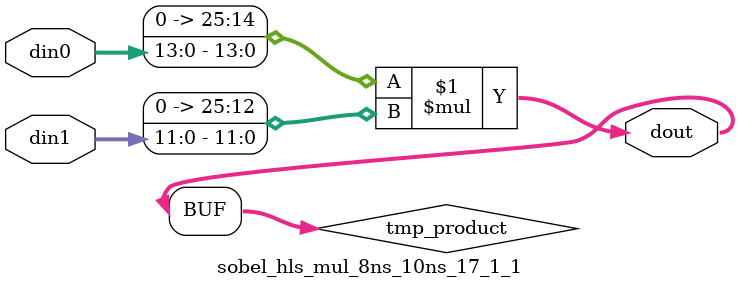
<source format=v>

`timescale 1 ns / 1 ps

  module sobel_hls_mul_8ns_10ns_17_1_1(din0, din1, dout);
parameter ID = 1;
parameter NUM_STAGE = 0;
parameter din0_WIDTH = 14;
parameter din1_WIDTH = 12;
parameter dout_WIDTH = 26;

input [din0_WIDTH - 1 : 0] din0; 
input [din1_WIDTH - 1 : 0] din1; 
output [dout_WIDTH - 1 : 0] dout;

wire signed [dout_WIDTH - 1 : 0] tmp_product;










assign tmp_product = $signed({1'b0, din0}) * $signed({1'b0, din1});











assign dout = tmp_product;







endmodule

</source>
